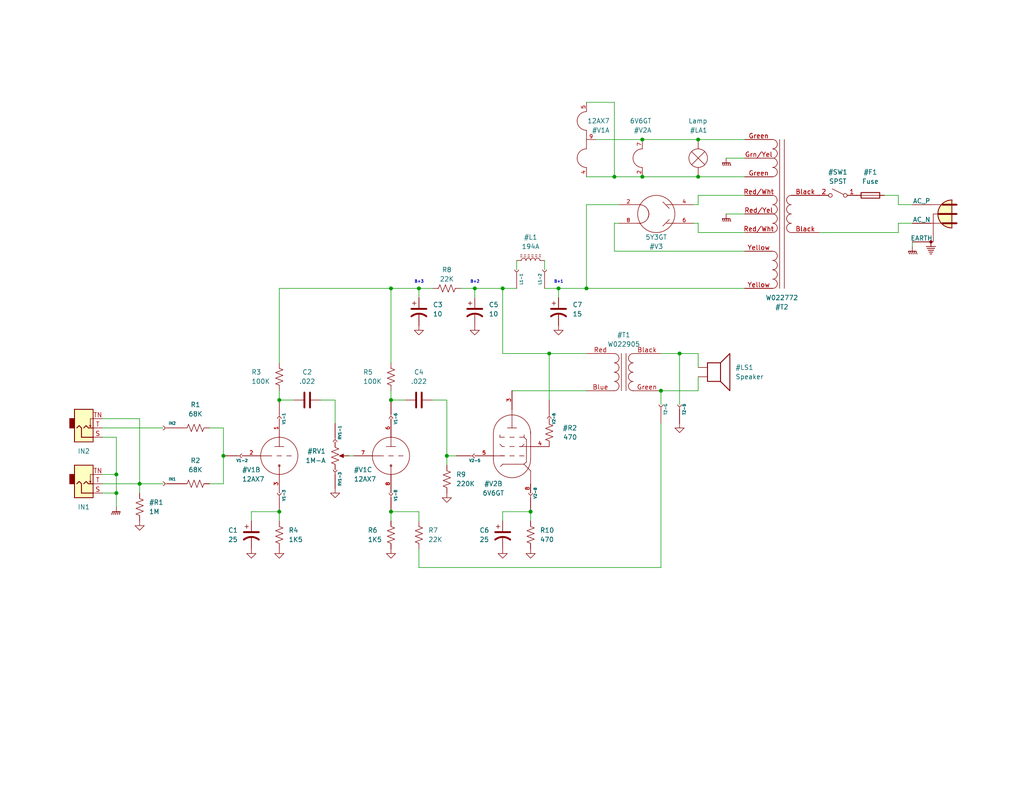
<source format=kicad_sch>
(kicad_sch (version 20211123) (generator eeschema)
  (paper "USLetter")
  (title_block (title "Chomp Amp") (date "2023-01-28") (comment 1 "This will require isolating the output jack from the chassis ground.") (comment 2 "Connect all signal grounds right-to-left, terminating at the input jack chassis ground."))
  (lib_symbols
    (symbol "12AX7-P_1" (pin_names (offset 1.016) hide)
      (property "Reference" "V" (at 3.048 0 0))
      (property "Value" "12AX7-P_1" (at 3.048 -2.54 0))
      (symbol "12AX7-P_1_1_0"
        (polyline (pts (xy 0 2.54) (xy 0 -2.54)))
      )
      (symbol "12AX7-P_1_1_1"
        (arc (start 0 -7.62) (mid 2.54 -5.08) (end 0 -2.54))
        (arc (start 0 2.54) (mid 2.54 5.08) (end 0 7.62))
        (pin passive line (at 0 10.16 270) (length 2.54) (name "H1") (number "4"))
        (pin passive line (at 0 -10.16 90) (length 2.54) (name "H3") (number "5"))
        (pin passive line (at -2.54 0 0) (length 2.54) (name "H2") (number "9"))
      )
      (symbol "12AX7-P_1_2_0"
        (polyline (pts (xy -5.08 0) (xy -3.302 0)))
        (polyline (pts (xy -3.302 0) (xy -2.032 0)))
        (polyline (pts (xy -1.27 2.54) (xy 0 2.54)))
        (polyline (pts (xy -0.635 0) (xy 0.635 0)))
        (polyline (pts (xy 0 -2.54) (xy 0 -5.08)))
        (polyline (pts (xy 0 2.54) (xy 1.27 2.54)))
        (polyline (pts (xy 0 5.08) (xy 0 2.54)))
        (polyline (pts (xy 2.032 0) (xy 3.302 0)))
      )
      (symbol "12AX7-P_1_2_1"
        (circle (center 0 -2.667) (radius 0.254))
        (circle (center 0 0) (radius 5.08))
        (pin passive line (at 0 10.16 270) (length 5.08) (name "TA") (number "1"))
        (pin passive line (at -10.16 0 0) (length 5.08) (name "TG") (number "2"))
        (pin passive line (at 0 -10.16 90) (length 5.08) (name "TK") (number "3"))
      )
      (symbol "12AX7-P_1_3_0"
        (polyline (pts (xy -5.08 0) (xy -3.302 0)))
        (polyline (pts (xy -3.302 0) (xy -2.032 0)))
        (polyline (pts (xy -1.27 2.54) (xy 0 2.54)))
        (polyline (pts (xy -0.635 0) (xy 0.635 0)))
        (polyline (pts (xy 0 -2.54) (xy 0 -5.08)))
        (polyline (pts (xy 0 2.54) (xy 1.27 2.54)))
        (polyline (pts (xy 0 5.08) (xy 0 2.54)))
        (polyline (pts (xy 2.032 0) (xy 3.302 0)))
      )
      (symbol "12AX7-P_1_3_1"
        (circle (center 0 -2.667) (radius 0.254))
        (circle (center 0 0) (radius 5.08))
        (pin passive line (at 0 10.16 270) (length 5.08) (name "TA") (number "6"))
        (pin passive line (at -10.16 0 0) (length 5.08) (name "TG") (number "7"))
        (pin passive line (at 0 -10.16 90) (length 5.08) (name "TK") (number "8"))
      )
    )
    (symbol "12AX7-P_2" (pin_names (offset 1.016) hide)
      (property "Reference" "V" (at 3.048 0 0))
      (property "Value" "12AX7-P_2" (at 3.048 -2.54 0))
      (symbol "12AX7-P_2_1_0"
        (polyline (pts (xy 0 2.54) (xy 0 -2.54)))
      )
      (symbol "12AX7-P_2_1_1"
        (arc (start 0 -7.62) (mid 2.54 -5.08) (end 0 -2.54))
        (arc (start 0 2.54) (mid 2.54 5.08) (end 0 7.62))
        (pin passive line (at 0 10.16 270) (length 2.54) (name "H1") (number "4"))
        (pin passive line (at 0 -10.16 90) (length 2.54) (name "H3") (number "5"))
        (pin passive line (at -2.54 0 0) (length 2.54) (name "H2") (number "9"))
      )
      (symbol "12AX7-P_2_2_0"
        (polyline (pts (xy -5.08 0) (xy -3.302 0)))
        (polyline (pts (xy -3.302 0) (xy -2.032 0)))
        (polyline (pts (xy -1.27 2.54) (xy 0 2.54)))
        (polyline (pts (xy -0.635 0) (xy 0.635 0)))
        (polyline (pts (xy 0 -2.54) (xy 0 -5.08)))
        (polyline (pts (xy 0 2.54) (xy 1.27 2.54)))
        (polyline (pts (xy 0 5.08) (xy 0 2.54)))
        (polyline (pts (xy 2.032 0) (xy 3.302 0)))
      )
      (symbol "12AX7-P_2_2_1"
        (circle (center 0 -2.667) (radius 0.254))
        (circle (center 0 0) (radius 5.08))
        (pin passive line (at 0 10.16 270) (length 5.08) (name "TA") (number "1"))
        (pin passive line (at -10.16 0 0) (length 5.08) (name "TG") (number "2"))
        (pin passive line (at 0 -10.16 90) (length 5.08) (name "TK") (number "3"))
      )
      (symbol "12AX7-P_2_3_0"
        (polyline (pts (xy -5.08 0) (xy -3.302 0)))
        (polyline (pts (xy -3.302 0) (xy -2.032 0)))
        (polyline (pts (xy -1.27 2.54) (xy 0 2.54)))
        (polyline (pts (xy -0.635 0) (xy 0.635 0)))
        (polyline (pts (xy 0 -2.54) (xy 0 -5.08)))
        (polyline (pts (xy 0 2.54) (xy 1.27 2.54)))
        (polyline (pts (xy 0 5.08) (xy 0 2.54)))
        (polyline (pts (xy 2.032 0) (xy 3.302 0)))
      )
      (symbol "12AX7-P_2_3_1"
        (circle (center 0 -2.667) (radius 0.254))
        (circle (center 0 0) (radius 5.08))
        (pin passive line (at 0 10.16 270) (length 5.08) (name "TA") (number "6"))
        (pin passive line (at -10.16 0 0) (length 5.08) (name "TG") (number "7"))
        (pin passive line (at 0 -10.16 90) (length 5.08) (name "TK") (number "8"))
      )
    )
    (symbol "6V6GT-P_1" (pin_names (offset 1.016) hide)
      (property "Reference" "V" (at 3.302 5.08 0))
      (property "Value" "6V6GT-P_1" (at 3.302 2.54 0))
      (symbol "6V6GT-P_1_1_1"
        (arc (start 0 2.54) (mid 2.54 5.08) (end 0 7.62))
        (pin passive line (at 0 10.16 270) (length 2.54) (name "H1") (number "2"))
        (pin passive line (at 0 0 90) (length 2.54) (name "H2") (number "7"))
      )
      (symbol "6V6GT-P_1_2_0"
        (polyline (pts (xy -5.08 -2.54) (xy -5.08 -3.429)))
        (polyline (pts (xy -5.08 -2.54) (xy -2.032 -2.54)))
        (polyline (pts (xy -5.08 3.556) (xy -5.08 -2.54)))
        (polyline (pts (xy -3.302 -2.54) (xy -2.032 -2.54)))
        (polyline (pts (xy -3.302 2.54) (xy -3.302 3.175)))
        (polyline (pts (xy -2.667 0) (xy -3.302 0.635)))
        (polyline (pts (xy -2.54 -4.826) (xy -3.175 -5.461)))
        (polyline (pts (xy -2.032 0) (xy -2.667 0)))
        (polyline (pts (xy -2.032 2.54) (xy -3.302 2.54)))
        (polyline (pts (xy -1.27 5.08) (xy 0 5.08)))
        (polyline (pts (xy -0.635 -2.54) (xy 0.635 -2.54)))
        (polyline (pts (xy -0.635 0) (xy 0.635 0)))
        (polyline (pts (xy -0.635 2.54) (xy 0.635 2.54)))
        (polyline (pts (xy 0 5.08) (xy 1.27 5.08)))
        (polyline (pts (xy 0 10.16) (xy 0 5.08)))
        (polyline (pts (xy 2.032 -2.54) (xy 3.302 -2.54)))
        (polyline (pts (xy 2.032 0) (xy 2.667 0)))
        (polyline (pts (xy 2.032 0) (xy 5.08 0)))
        (polyline (pts (xy 2.032 2.54) (xy 3.302 2.54)))
        (polyline (pts (xy 2.667 0) (xy 3.302 0.635)))
        (polyline (pts (xy 3.175 -4.826) (xy -2.54 -4.826)))
        (polyline (pts (xy 3.2512 -4.8006) (xy 5.08 -6.604)))
        (polyline (pts (xy 3.302 2.54) (xy 3.302 3.175)))
        (polyline (pts (xy 3.302 2.54) (xy 3.937 1.905)))
        (polyline (pts (xy 3.937 -4.191) (xy 3.2512 -4.8006)))
        (polyline (pts (xy 3.937 1.905) (xy 3.937 -4.191)))
        (polyline (pts (xy 5.08 -6.604) (xy 5.08 -12.7)))
        (polyline (pts (xy 5.08 0) (xy 5.08 -3.429)))
        (polyline (pts (xy 5.08 4.064) (xy 5.08 0)))
      )
      (symbol "6V6GT-P_1_2_1"
        (arc (start -5.08 -3.429) (mid 0 -8.509) (end 5.08 -3.429))
        (arc (start 5.08 3.556) (mid 0 8.636) (end -5.08 3.556))
        (pin passive line (at 0 15.24 270) (length 5.08) (name "PA") (number "3"))
        (pin passive line (at 10.16 0 180) (length 5.08) (name "PSG") (number "4"))
        (pin passive line (at -10.16 -2.54 0) (length 5.08) (name "PG") (number "5"))
        (pin passive line (at 5.08 -12.7 90) (length 2.54) (name "PK") (number "8"))
      )
    )
    (symbol "Conn_01x01_Female_1" (pin_numbers hide) (pin_names (offset 1.016) hide)
      (property "Reference" "J" (at 0 2.54 0))
      (property "Value" "Conn_01x01_Female_1" (at 0 -2.54 0))
      (symbol "Conn_01x01_Female_1_1_1"
        (polyline (pts (xy -1.27 0) (xy -0.508 0)) (stroke (width 0.1524)))
        (arc (start 0 0.508) (mid -0.508 0) (end 0 -0.508) (stroke (width 0.1524)))
        (pin passive line (at -5.08 0 0) (length 3.81) (name "Pin_1") (number "1"))
      )
    )
    (symbol "Conn_01x01_Female_2" (pin_numbers hide) (pin_names (offset 1.016) hide)
      (property "Reference" "J" (at 0 2.54 0))
      (property "Value" "Conn_01x01_Female_2" (at 0 -2.54 0))
      (symbol "Conn_01x01_Female_2_1_1"
        (polyline (pts (xy -1.27 0) (xy -0.508 0)) (stroke (width 0.1524)))
        (arc (start 0 0.508) (mid -0.508 0) (end 0 -0.508) (stroke (width 0.1524)))
        (pin passive line (at -5.08 0 0) (length 3.81) (name "Pin_1") (number "1"))
      )
    )
    (symbol "Conn_01x01_Female_3" (pin_numbers hide) (pin_names (offset 1.016) hide)
      (property "Reference" "J" (at 0 2.54 0))
      (property "Value" "Conn_01x01_Female_3" (at 0 -2.54 0))
      (symbol "Conn_01x01_Female_3_1_1"
        (polyline (pts (xy -1.27 0) (xy -0.508 0)) (stroke (width 0.1524)))
        (arc (start 0 0.508) (mid -0.508 0) (end 0 -0.508) (stroke (width 0.1524)))
        (pin passive line (at -5.08 0 0) (length 3.81) (name "Pin_1") (number "1"))
      )
    )
    (symbol "Conn_01x01_Female_4" (pin_numbers hide) (pin_names (offset 1.016) hide)
      (property "Reference" "J" (at 0 2.54 0))
      (property "Value" "Conn_01x01_Female_4" (at 0 -2.54 0))
      (symbol "Conn_01x01_Female_4_1_1"
        (polyline (pts (xy -1.27 0) (xy -0.508 0)) (stroke (width 0.1524)))
        (arc (start 0 0.508) (mid -0.508 0) (end 0 -0.508) (stroke (width 0.1524)))
        (pin passive line (at -5.08 0 0) (length 3.81) (name "Pin_1") (number "1"))
      )
    )
    (symbol "Connector:AudioJack2_SwitchT"
      (property "Reference" "J" (at 0 8.89 0))
      (property "Value" "AudioJack2_SwitchT" (at 0 6.35 0))
      (symbol "AudioJack2_SwitchT_0_1"
        (rectangle (start -2.54 0) (end -3.81 -2.54) (stroke (width 0.254)) (fill (type outline)))
        (polyline (pts (xy 1.778 -0.254) (xy 2.032 -0.762)))
        (polyline (pts (xy 0 0) (xy 0.635 -0.635) (xy 1.27 0) (xy 2.54 0)) (stroke (width 0.254)))
        (polyline (pts (xy 2.54 -2.54) (xy 1.778 -2.54) (xy 1.778 -0.254) (xy 1.524 -0.762)))
        (polyline (pts (xy 2.54 2.54) (xy -0.635 2.54) (xy -0.635 0) (xy -1.27 -0.635) (xy -1.905 0)) (stroke (width 0.254)))
        (rectangle (start 2.54 3.81) (end -2.54 -5.08) (stroke (width 0.254)) (fill (type background)))
      )
      (symbol "AudioJack2_SwitchT_1_1"
        (pin passive line (at 5.08 2.54 180) (length 2.54) (name "~") (number "S"))
        (pin passive line (at 5.08 0 180) (length 2.54) (name "~") (number "T"))
        (pin passive line (at 5.08 -2.54 180) (length 2.54) (name "~") (number "TN"))
      )
    )
    (symbol "Connector:Conn_01x01_Female" (pin_numbers hide) (pin_names (offset 1.016) hide)
      (property "Reference" "J" (at 0 2.54 0))
      (property "Value" "Conn_01x01_Female" (at 0 -2.54 0))
      (symbol "Conn_01x01_Female_1_1"
        (polyline (pts (xy -1.27 0) (xy -0.508 0)) (stroke (width 0.1524)))
        (arc (start 0 0.508) (mid -0.508 0) (end 0 -0.508) (stroke (width 0.1524)))
        (pin passive line (at -5.08 0 0) (length 3.81) (name "Pin_1") (number "1"))
      )
    )
    (symbol "Connector:Conn_WallPlug_Earth" (pin_numbers hide) (pin_names (offset 0))
      (property "Reference" "P" (at 0 3.81 0))
      (property "Value" "Conn_WallPlug_Earth" (at -5.08 0 90))
      (symbol "Conn_WallPlug_Earth_0_1"
        (arc (start -3.175 -3.81) (mid 0.635 0) (end -3.175 3.81) (stroke (width 0.254)) (fill (type background)))
        (polyline (pts (xy -4.445 -2.54) (xy -0.635 -2.54)) (stroke (width 0.508)))
        (polyline (pts (xy -4.445 0) (xy 0.508 0)) (stroke (width 0.508)))
        (polyline (pts (xy -4.445 2.54) (xy -0.635 2.54)) (stroke (width 0.508)))
        (polyline (pts (xy -3.175 -3.81) (xy -3.175 3.81)) (stroke (width 0.254)))
        (polyline (pts (xy -0.635 -2.54) (xy 2.54 -2.54)))
        (polyline (pts (xy -0.635 2.54) (xy 2.54 2.54)))
        (polyline (pts (xy 1.524 -9.398) (xy 3.556 -9.398)) (stroke (width 0.2032)))
        (polyline (pts (xy 1.778 -9.906) (xy 3.302 -9.906)) (stroke (width 0.2032)))
        (polyline (pts (xy 2.032 -10.414) (xy 3.048 -10.414)) (stroke (width 0.2032)))
        (polyline (pts (xy 2.286 -10.922) (xy 2.794 -10.922)) (stroke (width 0.2032)))
        (polyline (pts (xy 2.54 -7.62) (xy 2.54 -8.89)) (stroke (width 0.2032)))
        (polyline (pts (xy 3.81 -8.89) (xy 1.27 -8.89)) (stroke (width 0.2032)))
        (polyline (pts (xy 2.54 -7.62) (xy 1.905 -7.62) (xy 1.905 0) (xy -4.445 0)))
        (circle (center 2.54 -7.62) (radius 0.3556) (fill (type outline)))
      )
      (symbol "Conn_WallPlug_Earth_1_1"
        (pin power_out line (at 7.62 2.54 180) (length 5.08) (name "AC_P") (number "1"))
        (pin power_out line (at 7.62 -2.54 180) (length 5.08) (name "AC_N") (number "2"))
        (pin passive line (at 7.62 -7.62 180) (length 5.08) (name "EARTH") (number "3"))
      )
    )
    (symbol "Device:C" (pin_numbers hide) (pin_names (offset 0.254))
      (property "Reference" "C" (at 0.635 2.54 0))
      (property "Value" "C" (at 0.635 -2.54 0))
      (symbol "C_0_1"
        (polyline (pts (xy -2.032 -0.762) (xy 2.032 -0.762)) (stroke (width 0.508)))
        (polyline (pts (xy -2.032 0.762) (xy 2.032 0.762)) (stroke (width 0.508)))
      )
      (symbol "C_1_1"
        (pin passive line (at 0 3.81 270) (length 2.794) (name "~") (number "1"))
        (pin passive line (at 0 -3.81 90) (length 2.794) (name "~") (number "2"))
      )
    )
    (symbol "Device:C_Polarized_US" (pin_numbers hide) (pin_names (offset 0.254) hide)
      (property "Reference" "C" (at 0.635 2.54 0))
      (property "Value" "C_Polarized_US" (at 0.635 -2.54 0))
      (symbol "C_Polarized_US_0_1"
        (polyline (pts (xy -2.032 0.762) (xy 2.032 0.762)) (stroke (width 0.508)))
        (polyline (pts (xy -1.778 2.286) (xy -0.762 2.286)))
        (polyline (pts (xy -1.27 1.778) (xy -1.27 2.794)))
        (arc (start 2.032 -1.27) (mid 0 -0.5572) (end -2.032 -1.27) (stroke (width 0.508)))
      )
      (symbol "C_Polarized_US_1_1"
        (pin passive line (at 0 3.81 270) (length 2.794) (name "~") (number "1"))
        (pin passive line (at 0 -3.81 90) (length 3.302) (name "~") (number "2"))
      )
    )
    (symbol "Device:Fuse" (pin_numbers hide) (pin_names (offset 0))
      (property "Reference" "F" (at 2.032 0 90))
      (property "Value" "Fuse" (at -1.905 0 90))
      (symbol "Fuse_0_1"
        (rectangle (start -0.762 -2.54) (end 0.762 2.54) (stroke (width 0.254)))
        (polyline (pts (xy 0 2.54) (xy 0 -2.54)))
      )
      (symbol "Fuse_1_1"
        (pin passive line (at 0 3.81 270) (length 1.27) (name "~") (number "1"))
        (pin passive line (at 0 -3.81 90) (length 1.27) (name "~") (number "2"))
      )
    )
    (symbol "Device:L_Ferrite" (pin_numbers hide) (pin_names (offset 1.016) hide)
      (property "Reference" "L" (at -1.27 0 90))
      (property "Value" "L_Ferrite" (at 2.794 0 90))
      (symbol "L_Ferrite_0_1"
        (arc (start 0 -2.54) (mid 0.635 -1.905) (end 0 -1.27))
        (arc (start 0 -1.27) (mid 0.635 -0.635) (end 0 0))
        (polyline (pts (xy 1.016 -2.794) (xy 1.016 -2.286)))
        (polyline (pts (xy 1.016 -1.778) (xy 1.016 -1.27)))
        (polyline (pts (xy 1.016 -0.762) (xy 1.016 -0.254)))
        (polyline (pts (xy 1.016 0.254) (xy 1.016 0.762)))
        (polyline (pts (xy 1.016 1.27) (xy 1.016 1.778)))
        (polyline (pts (xy 1.016 2.286) (xy 1.016 2.794)))
        (polyline (pts (xy 1.524 -2.286) (xy 1.524 -2.794)))
        (polyline (pts (xy 1.524 -1.27) (xy 1.524 -1.778)))
        (polyline (pts (xy 1.524 -0.254) (xy 1.524 -0.762)))
        (polyline (pts (xy 1.524 0.762) (xy 1.524 0.254)))
        (polyline (pts (xy 1.524 1.778) (xy 1.524 1.27)))
        (polyline (pts (xy 1.524 2.794) (xy 1.524 2.286)))
        (arc (start 0 0) (mid 0.635 0.635) (end 0 1.27))
        (arc (start 0 1.27) (mid 0.635 1.905) (end 0 2.54))
      )
      (symbol "L_Ferrite_1_1"
        (pin passive line (at 0 3.81 270) (length 1.27) (name "1") (number "1"))
        (pin passive line (at 0 -3.81 90) (length 1.27) (name "2") (number "2"))
      )
    )
    (symbol "Device:Lamp" (pin_numbers hide) (pin_names (offset 0.0254) hide)
      (property "Reference" "LA" (at 0.635 3.81 0))
      (property "Value" "Lamp" (at 0.635 -3.81 0))
      (symbol "Lamp_0_1"
        (polyline (pts (xy -1.778 1.778) (xy 1.778 -1.778)))
        (polyline (pts (xy 1.778 1.778) (xy -1.778 -1.778)))
        (circle (center 0 0) (radius 2.54))
      )
      (symbol "Lamp_1_1"
        (pin passive line (at 0 -5.08 90) (length 2.54) (name "-") (number "1"))
        (pin passive line (at 0 5.08 270) (length 2.54) (name "+") (number "2"))
      )
    )
    (symbol "Device:R_Potentiometer_US" (pin_numbers hide) (pin_names (offset 1.016) hide)
      (property "Reference" "RV" (at -4.445 0 90))
      (property "Value" "R_Potentiometer_US" (at -2.54 0 90))
      (symbol "R_Potentiometer_US_0_1"
        (polyline (pts (xy 0 -2.286) (xy 0 -2.54)))
        (polyline (pts (xy 0 2.54) (xy 0 2.286)))
        (polyline (pts (xy 2.54 0) (xy 1.524 0)))
        (polyline (pts (xy 1.143 0) (xy 2.286 0.508) (xy 2.286 -0.508) (xy 1.143 0)) (fill (type outline)))
        (polyline (pts (xy 0 -0.762) (xy 1.016 -1.143) (xy 0 -1.524) (xy -1.016 -1.905) (xy 0 -2.286)))
        (polyline (pts (xy 0 0.762) (xy 1.016 0.381) (xy 0 0) (xy -1.016 -0.381) (xy 0 -0.762)))
        (polyline (pts (xy 0 2.286) (xy 1.016 1.905) (xy 0 1.524) (xy -1.016 1.143) (xy 0 0.762)))
      )
      (symbol "R_Potentiometer_US_1_1"
        (pin passive line (at 0 3.81 270) (length 1.27) (name "1") (number "1"))
        (pin passive line (at 3.81 0 180) (length 1.27) (name "2") (number "2"))
        (pin passive line (at 0 -3.81 90) (length 1.27) (name "3") (number "3"))
      )
    )
    (symbol "Device:R_US" (pin_numbers hide) (pin_names (offset 0))
      (property "Reference" "R" (at 2.54 0 90))
      (property "Value" "R_US" (at -2.54 0 90))
      (symbol "R_US_0_1"
        (polyline (pts (xy 0 -2.286) (xy 0 -2.54)))
        (polyline (pts (xy 0 2.286) (xy 0 2.54)))
        (polyline (pts (xy 0 -0.762) (xy 1.016 -1.143) (xy 0 -1.524) (xy -1.016 -1.905) (xy 0 -2.286)))
        (polyline (pts (xy 0 0.762) (xy 1.016 0.381) (xy 0 0) (xy -1.016 -0.381) (xy 0 -0.762)))
        (polyline (pts (xy 0 2.286) (xy 1.016 1.905) (xy 0 1.524) (xy -1.016 1.143) (xy 0 0.762)))
      )
      (symbol "R_US_1_1"
        (pin passive line (at 0 3.81 270) (length 1.27) (name "~") (number "1"))
        (pin passive line (at 0 -3.81 90) (length 1.27) (name "~") (number "2"))
      )
    )
    (symbol "Device:Speaker" (pin_numbers hide) (pin_names (offset 0) hide)
      (property "Reference" "LS" (at 1.27 5.715 0))
      (property "Value" "Speaker" (at 1.27 3.81 0))
      (symbol "Speaker_0_0"
        (rectangle (start -2.54 1.27) (end 1.016 -3.81) (stroke (width 0.254)))
        (polyline (pts (xy 1.016 1.27) (xy 3.556 3.81) (xy 3.556 -6.35) (xy 1.016 -3.81)) (stroke (width 0.254)))
      )
      (symbol "Speaker_1_1"
        (pin input line (at -5.08 0 0) (length 2.54) (name "1") (number "1"))
        (pin input line (at -5.08 -2.54 0) (length 2.54) (name "2") (number "2"))
      )
    )
    (symbol "Device:Transformer_W022772" (pin_names (offset 1.016) hide)
      (property "Reference" "T" (at 0 24.13 0))
      (property "Value" "Transformer_W022772" (at 0 -22.86 0))
      (symbol "Transformer_W022772_0_1"
        (arc (start -2.54 -5.08) (mid -1.6422 -4.7078) (end -1.27 -3.81))
        (arc (start -2.54 -2.54) (mid -1.6426 -2.1674) (end -1.27 -1.27))
        (arc (start -2.54 0) (mid -1.6422 0.3722) (end -1.27 1.27))
        (arc (start -2.54 2.54) (mid -1.6417 2.9117) (end -1.27 3.81))
        (arc (start -1.27 -3.81) (mid -1.642 -2.912) (end -2.54 -2.54))
        (arc (start -1.27 -1.27) (mid -1.641 -0.371) (end -2.54 0))
        (arc (start -1.27 1.27) (mid -1.6426 2.1674) (end -2.54 2.54))
        (arc (start -1.27 3.81) (mid -1.6418 4.7082) (end -2.54 5.08))
        (polyline (pts (xy -0.635 20.32) (xy -0.635 -20.32)))
        (polyline (pts (xy 0.635 -20.32) (xy 0.635 20.32)))
        (arc (start 1.27 -19.05) (mid 1.6425 -19.9475) (end 2.54 -20.32))
        (arc (start 1.27 -16.51) (mid 1.6424 -17.4076) (end 2.54 -17.78))
        (arc (start 1.27 -13.97) (mid 1.6425 -14.8675) (end 2.54 -15.24))
        (arc (start 1.27 -11.43) (mid 1.6425 -12.3275) (end 2.54 -12.7))
        (arc (start 1.27 -1.27) (mid 1.6423 -2.1677) (end 2.54 -2.54))
        (arc (start 1.27 1.27) (mid 1.6425 0.3725) (end 2.54 0))
        (arc (start 1.27 3.81) (mid 1.6427 2.9127) (end 2.54 2.54))
        (arc (start 1.27 11.43) (mid 1.643 10.533) (end 2.54 10.16))
        (arc (start 1.27 13.97) (mid 1.6424 13.0724) (end 2.54 12.7))
        (arc (start 1.27 16.51) (mid 1.6424 15.6124) (end 2.54 15.24))
        (arc (start 1.27 19.05) (mid 1.6426 18.1526) (end 2.54 17.78))
        (arc (start 1.3208 -3.81) (mid 1.6674 -4.6975) (end 2.54 -5.08))
        (arc (start 2.54 -17.78) (mid 1.6417 -18.1517) (end 1.27 -19.05))
        (arc (start 2.54 -15.24) (mid 1.6413 -15.6113) (end 1.27 -16.51))
        (arc (start 2.54 -12.7) (mid 1.6399 -13.0699) (end 1.27 -13.97))
        (arc (start 2.54 -10.16) (mid 1.6413 -10.5313) (end 1.27 -11.43))
        (arc (start 2.54 -2.54) (mid 1.6585 -2.914) (end 1.3208 -3.81))
        (arc (start 2.54 0) (mid 1.6352 -0.3652) (end 1.27 -1.27))
        (arc (start 2.54 2.54) (mid 1.6333 2.1767) (end 1.27 1.27))
        (arc (start 2.54 5.08) (mid 1.6333 4.7167) (end 1.27 3.81))
        (arc (start 2.54 12.7) (mid 1.6337 12.3363) (end 1.27 11.43))
        (arc (start 2.54 15.24) (mid 1.6331 14.8769) (end 1.27 13.97))
        (arc (start 2.54 17.78) (mid 1.6334 17.4166) (end 1.27 16.51))
        (arc (start 2.54 20.32) (mid 1.6332 19.9568) (end 1.27 19.05))
      )
      (symbol "Transformer_W022772_1_1"
        (pin passive line (at -10.16 5.08 0) (length 7.62) (name "AA") (number "Black"))
        (pin passive line (at -10.16 -5.08 0) (length 7.62) (name "AB") (number "Black"))
        (pin passive line (at 10.16 -10.16 180) (length 7.62) (name "OUT3A") (number "Green"))
        (pin passive line (at 10.16 -20.32 180) (length 7.62) (name "OUT3B") (number "Green"))
        (pin passive line (at 10.16 -15.24 180) (length 7.62) (name "OUT3C") (number "Grn/Yel"))
        (pin passive line (at 10.16 5.08 180) (length 7.62) (name "OUT1A") (number "Red/Wht"))
        (pin passive line (at 10.16 -5.08 180) (length 7.62) (name "OUT1B") (number "Red/Wht"))
        (pin passive line (at 10.16 0 180) (length 7.62) (name "OUT1C") (number "Red/Yel"))
        (pin passive line (at 10.16 20.32 180) (length 7.62) (name "OUT2A") (number "Yellow"))
        (pin passive line (at 10.16 10.16 180) (length 7.62) (name "OUT2B") (number "Yellow"))
      )
    )
    (symbol "Device:Transformer_W022905" (pin_names (offset 1.016) hide)
      (property "Reference" "T" (at 0 6.35 0))
      (property "Value" "Transformer_W022905" (at 0 -7.62 0))
      (symbol "Transformer_W022905_0_1"
        (arc (start -2.54 -5.0546) (mid -1.6561 -4.6863) (end -1.27 -3.81))
        (arc (start -2.54 -2.5146) (mid -1.6561 -2.1463) (end -1.27 -1.27))
        (arc (start -2.54 0.0254) (mid -1.6561 0.3937) (end -1.27 1.27))
        (arc (start -2.54 2.5654) (mid -1.6561 2.9337) (end -1.27 3.81))
        (arc (start -1.27 -3.81) (mid -1.642 -2.912) (end -2.54 -2.54))
        (arc (start -1.27 -1.27) (mid -1.642 -0.372) (end -2.54 0))
        (arc (start -1.27 1.27) (mid -1.642 2.168) (end -2.54 2.54))
        (arc (start -1.27 3.81) (mid -1.642 4.708) (end -2.54 5.08))
        (polyline (pts (xy -0.635 5.08) (xy -0.635 -5.08)))
        (polyline (pts (xy 0.635 -5.08) (xy 0.635 5.08)))
        (arc (start 1.2954 -1.27) (mid 1.6599 -2.1501) (end 2.54 -2.5146))
        (arc (start 1.2954 1.27) (mid 1.6599 0.3899) (end 2.54 0.0254))
        (arc (start 1.2954 3.81) (mid 1.6599 2.9299) (end 2.54 2.5654))
        (arc (start 1.3208 -3.81) (mid 1.6853 -4.6901) (end 2.5654 -5.0546))
        (arc (start 2.54 0) (mid 1.6456 -0.3683) (end 1.2954 -1.27))
        (arc (start 2.54 2.54) (mid 1.6456 2.1717) (end 1.2954 1.27))
        (arc (start 2.54 5.08) (mid 1.6456 4.7117) (end 1.2954 3.81))
        (arc (start 2.5654 -2.54) (mid 1.671 -2.9083) (end 1.3208 -3.81))
      )
      (symbol "Transformer_W022905_1_1"
        (pin passive line (at 10.16 -5.08 180) (length 7.62) (name "SA") (number "Black"))
        (pin passive line (at -10.16 5.08 0) (length 7.62) (name "AA") (number "Blue"))
        (pin passive line (at 10.16 5.08 180) (length 7.62) (name "SB") (number "Green"))
        (pin passive line (at -10.16 -5.08 0) (length 7.62) (name "AB") (number "Red"))
      )
    )
    (symbol "Switch:SW_SPST" (pin_names (offset 0) hide)
      (property "Reference" "SW" (at 0 3.175 0))
      (property "Value" "SW_SPST" (at 0 -2.54 0))
      (symbol "SW_SPST_0_0"
        (circle (center -2.032 0) (radius 0.508))
        (polyline (pts (xy -1.524 0.254) (xy 1.524 1.778)))
        (circle (center 2.032 0) (radius 0.508))
      )
      (symbol "SW_SPST_1_1"
        (pin passive line (at -5.08 0 0) (length 2.54) (name "A") (number "1"))
        (pin passive line (at 5.08 0 180) (length 2.54) (name "B") (number "2"))
      )
    )
    (symbol "Tubes:12AX7-P" (pin_names (offset 1.016) hide)
      (property "Reference" "V" (at 3.048 0 0))
      (property "Value" "12AX7-P" (at 3.048 -2.54 0))
      (symbol "12AX7-P_1_0"
        (polyline (pts (xy 0 2.54) (xy 0 -2.54)))
      )
      (symbol "12AX7-P_1_1"
        (arc (start 0 -7.62) (mid 2.54 -5.08) (end 0 -2.54))
        (arc (start 0 2.54) (mid 2.54 5.08) (end 0 7.62))
        (pin passive line (at 0 10.16 270) (length 2.54) (name "H1") (number "4"))
        (pin passive line (at 0 -10.16 90) (length 2.54) (name "H3") (number "5"))
        (pin passive line (at -2.54 0 0) (length 2.54) (name "H2") (number "9"))
      )
      (symbol "12AX7-P_2_0"
        (polyline (pts (xy -5.08 0) (xy -3.302 0)))
        (polyline (pts (xy -3.302 0) (xy -2.032 0)))
        (polyline (pts (xy -1.27 2.54) (xy 0 2.54)))
        (polyline (pts (xy -0.635 0) (xy 0.635 0)))
        (polyline (pts (xy 0 -2.54) (xy 0 -5.08)))
        (polyline (pts (xy 0 2.54) (xy 1.27 2.54)))
        (polyline (pts (xy 0 5.08) (xy 0 2.54)))
        (polyline (pts (xy 2.032 0) (xy 3.302 0)))
      )
      (symbol "12AX7-P_2_1"
        (circle (center 0 -2.667) (radius 0.254))
        (circle (center 0 0) (radius 5.08))
        (pin passive line (at 0 10.16 270) (length 5.08) (name "TA") (number "1"))
        (pin passive line (at -10.16 0 0) (length 5.08) (name "TG") (number "2"))
        (pin passive line (at 0 -10.16 90) (length 5.08) (name "TK") (number "3"))
      )
      (symbol "12AX7-P_3_0"
        (polyline (pts (xy -5.08 0) (xy -3.302 0)))
        (polyline (pts (xy -3.302 0) (xy -2.032 0)))
        (polyline (pts (xy -1.27 2.54) (xy 0 2.54)))
        (polyline (pts (xy -0.635 0) (xy 0.635 0)))
        (polyline (pts (xy 0 -2.54) (xy 0 -5.08)))
        (polyline (pts (xy 0 2.54) (xy 1.27 2.54)))
        (polyline (pts (xy 0 5.08) (xy 0 2.54)))
        (polyline (pts (xy 2.032 0) (xy 3.302 0)))
      )
      (symbol "12AX7-P_3_1"
        (circle (center 0 -2.667) (radius 0.254))
        (circle (center 0 0) (radius 5.08))
        (pin passive line (at 0 10.16 270) (length 5.08) (name "TA") (number "6"))
        (pin passive line (at -10.16 0 0) (length 5.08) (name "TG") (number "7"))
        (pin passive line (at 0 -10.16 90) (length 5.08) (name "TK") (number "8"))
      )
    )
    (symbol "Tubes:5Y3GT" (pin_names (offset 1.016) hide)
      (property "Reference" "V" (at 5.08 5.08 0))
      (property "Value" "5Y3GT" (at 5.08 2.54 0))
      (symbol "5Y3GT_1_0"
        (polyline (pts (xy -3.302 1.778) (xy -1.524 3.556)))
        (polyline (pts (xy -2.54 -5.08) (xy -2.54 -4.318)))
        (polyline (pts (xy -2.54 5.08) (xy -2.54 2.794)))
        (polyline (pts (xy 1.524 3.556) (xy 3.302 1.778)))
        (polyline (pts (xy 2.54 -5.08) (xy 2.54 -4.318)))
        (polyline (pts (xy 2.54 5.08) (xy 2.54 2.794)))
      )
      (symbol "5Y3GT_1_1"
        (circle (center 0 0) (radius 5.08))
        (arc (start 1.016 -2.286) (mid 0 -2.0162) (end -1.016 -2.286))
        (arc (start 2.54 -4.572) (mid 0 -2.032) (end -2.54 -4.572))
        (pin passive line (at -2.54 -10.16 90) (length 5.08) (name "H1") (number "2"))
        (pin passive line (at -2.54 10.16 270) (length 5.08) (name "A1") (number "4"))
        (pin passive line (at 2.54 10.16 270) (length 5.08) (name "A2") (number "6"))
        (pin passive line (at 2.54 -10.16 90) (length 5.08) (name "H2") (number "8"))
      )
    )
    (symbol "Tubes:6V6GT-P" (pin_names (offset 1.016) hide)
      (property "Reference" "V" (at 3.302 5.08 0))
      (property "Value" "6V6GT-P" (at 3.302 2.54 0))
      (symbol "6V6GT-P_1_1"
        (arc (start 0 2.54) (mid 2.54 5.08) (end 0 7.62))
        (pin passive line (at 0 10.16 270) (length 2.54) (name "H1") (number "2"))
        (pin passive line (at 0 0 90) (length 2.54) (name "H2") (number "7"))
      )
      (symbol "6V6GT-P_2_0"
        (polyline (pts (xy -5.08 -2.54) (xy -5.08 -3.429)))
        (polyline (pts (xy -5.08 -2.54) (xy -2.032 -2.54)))
        (polyline (pts (xy -5.08 3.556) (xy -5.08 -2.54)))
        (polyline (pts (xy -3.302 -2.54) (xy -2.032 -2.54)))
        (polyline (pts (xy -3.302 2.54) (xy -3.302 3.175)))
        (polyline (pts (xy -2.667 0) (xy -3.302 0.635)))
        (polyline (pts (xy -2.54 -4.826) (xy -3.175 -5.461)))
        (polyline (pts (xy -2.032 0) (xy -2.667 0)))
        (polyline (pts (xy -2.032 2.54) (xy -3.302 2.54)))
        (polyline (pts (xy -1.27 5.08) (xy 0 5.08)))
        (polyline (pts (xy -0.635 -2.54) (xy 0.635 -2.54)))
        (polyline (pts (xy -0.635 0) (xy 0.635 0)))
        (polyline (pts (xy -0.635 2.54) (xy 0.635 2.54)))
        (polyline (pts (xy 0 5.08) (xy 1.27 5.08)))
        (polyline (pts (xy 0 10.16) (xy 0 5.08)))
        (polyline (pts (xy 2.032 -2.54) (xy 3.302 -2.54)))
        (polyline (pts (xy 2.032 0) (xy 2.667 0)))
        (polyline (pts (xy 2.032 0) (xy 5.08 0)))
        (polyline (pts (xy 2.032 2.54) (xy 3.302 2.54)))
        (polyline (pts (xy 2.667 0) (xy 3.302 0.635)))
        (polyline (pts (xy 3.175 -4.826) (xy -2.54 -4.826)))
        (polyline (pts (xy 3.2512 -4.8006) (xy 5.08 -6.604)))
        (polyline (pts (xy 3.302 2.54) (xy 3.302 3.175)))
        (polyline (pts (xy 3.302 2.54) (xy 3.937 1.905)))
        (polyline (pts (xy 3.937 -4.191) (xy 3.2512 -4.8006)))
        (polyline (pts (xy 3.937 1.905) (xy 3.937 -4.191)))
        (polyline (pts (xy 5.08 -6.604) (xy 5.08 -12.7)))
        (polyline (pts (xy 5.08 0) (xy 5.08 -3.429)))
        (polyline (pts (xy 5.08 4.064) (xy 5.08 0)))
      )
      (symbol "6V6GT-P_2_1"
        (arc (start -5.08 -3.429) (mid 0 -8.509) (end 5.08 -3.429))
        (arc (start 5.08 3.556) (mid 0 8.636) (end -5.08 3.556))
        (pin passive line (at 0 15.24 270) (length 5.08) (name "PA") (number "3"))
        (pin passive line (at 10.16 0 180) (length 5.08) (name "PSG") (number "4"))
        (pin passive line (at -10.16 -2.54 0) (length 5.08) (name "PG") (number "5"))
        (pin passive line (at 5.08 -12.7 90) (length 2.54) (name "PK") (number "8"))
      )
    )
    (symbol "power:GND" (power) (pin_names (offset 0))
      (property "Value" "GND" (at 0 -3.81 0))
      (symbol "GND_0_1"
        (polyline (pts (xy 0 0) (xy 0 -1.27) (xy 1.27 -1.27) (xy 0 -2.54) (xy -1.27 -1.27) (xy 0 -1.27)))
      )
      (symbol "GND_1_1"
        (pin power_in line (at 0 0 270) (length 0) hide (name "GND") (number "1"))
      )
    )
    (symbol "power:GNDPWR" (power) (pin_names (offset 0))
      (property "Value" "GNDPWR" (at 0 -3.302 0))
      (symbol "GNDPWR_0_1"
        (polyline (pts (xy 0 -1.27) (xy 0 0)))
        (polyline (pts (xy -1.016 -1.27) (xy -1.27 -2.032) (xy -1.27 -2.032)) (stroke (width 0.2032)))
        (polyline (pts (xy -0.508 -1.27) (xy -0.762 -2.032) (xy -0.762 -2.032)) (stroke (width 0.2032)))
        (polyline (pts (xy 0 -1.27) (xy -0.254 -2.032) (xy -0.254 -2.032)) (stroke (width 0.2032)))
        (polyline (pts (xy 0.508 -1.27) (xy 0.254 -2.032) (xy 0.254 -2.032)) (stroke (width 0.2032)))
        (polyline (pts (xy 1.016 -1.27) (xy -1.016 -1.27) (xy -1.016 -1.27)) (stroke (width 0.2032)))
        (polyline (pts (xy 1.016 -1.27) (xy 0.762 -2.032) (xy 0.762 -2.032) (xy 0.762 -2.032)) (stroke (width 0.2032)))
      )
      (symbol "GNDPWR_1_1"
        (pin power_in line (at 0 0 270) (length 0) hide (name "GNDPWR") (number "1"))
      )
    )
  )
  (junction (at 180.34 106.68))
  (junction (at 106.68 78.74))
  (junction (at 76.2 139.7))
  (junction (at 137.16 78.74))
  (junction (at 60.96 124.46))
  (junction (at 190.5 48.26))
  (junction (at 185.42 96.52))
  (junction (at 31.75 129.54))
  (junction (at 106.68 139.7))
  (junction (at 38.1 132.08))
  (junction (at 129.54 78.74))
  (junction (at 114.3 78.74))
  (junction (at 175.26 38.1))
  (junction (at 152.4 78.74))
  (junction (at 167.64 48.26))
  (junction (at 106.68 109.22))
  (junction (at 160.02 78.74))
  (junction (at 190.5 38.1))
  (junction (at 76.2 109.22))
  (junction (at 31.75 134.62))
  (junction (at 121.92 124.46))
  (junction (at 144.78 139.7))
  (junction (at 175.26 48.26))
  (junction (at 149.86 96.52))
  (wire (pts (xy 68.58 139.7) (xy 76.2 139.7)))
  (wire (pts (xy 76.2 139.7) (xy 76.2 142.24)))
  (wire (pts (xy 180.34 96.52) (xy 185.42 96.52)))
  (wire (pts (xy 121.92 109.22) (xy 121.92 124.46)))
  (wire (pts (xy 87.63 109.22) (xy 91.44 109.22)))
  (wire (pts (xy 68.58 139.7) (xy 68.58 142.24)))
  (wire (pts (xy 38.1 132.08) (xy 44.45 132.08)))
  (wire (pts (xy 60.96 116.84) (xy 57.15 116.84)))
  (wire (pts (xy 106.68 142.24) (xy 106.68 139.7)))
  (wire (pts (xy 121.92 124.46) (xy 121.92 127)))
  (wire (pts (xy 223.52 63.5) (xy 245.11 63.5)))
  (wire (pts (xy 27.94 116.84) (xy 44.45 116.84)))
  (wire (pts (xy 91.44 109.22) (xy 91.44 115.57)))
  (wire (pts (xy 106.68 109.22) (xy 106.68 106.68)))
  (wire (pts (xy 148.59 71.12) (xy 148.59 73.66)))
  (wire (pts (xy 114.3 149.86) (xy 114.3 154.94)))
  (wire (pts (xy 144.78 139.7) (xy 144.78 142.24)))
  (wire (pts (xy 114.3 154.94) (xy 180.34 154.94)))
  (wire (pts (xy 106.68 78.74) (xy 106.68 99.06)))
  (wire (pts (xy 76.2 109.22) (xy 80.01 109.22)))
  (wire (pts (xy 190.5 106.68) (xy 190.5 102.87)))
  (wire (pts (xy 95.25 124.46) (xy 96.52 124.46)))
  (wire (pts (xy 31.75 134.62) (xy 31.75 138.43)))
  (wire (pts (xy 137.16 139.7) (xy 137.16 142.24)))
  (wire (pts (xy 125.73 78.74) (xy 129.54 78.74)))
  (wire (pts (xy 160.02 27.94) (xy 167.64 27.94)))
  (wire (pts (xy 27.94 132.08) (xy 38.1 132.08)))
  (wire (pts (xy 160.02 78.74) (xy 160.02 55.88)))
  (wire (pts (xy 38.1 132.08) (xy 38.1 134.62)))
  (wire (pts (xy 180.34 106.68) (xy 180.34 110.49)))
  (wire (pts (xy 175.26 48.26) (xy 167.64 48.26)))
  (wire (pts (xy 185.42 96.52) (xy 190.5 96.52)))
  (wire (pts (xy 139.7 106.68) (xy 160.02 106.68)))
  (wire (pts (xy 140.97 78.74) (xy 137.16 78.74)))
  (wire (pts (xy 190.5 53.34) (xy 190.5 55.88)))
  (wire (pts (xy 27.94 129.54) (xy 31.75 129.54)))
  (wire (pts (xy 168.91 55.88) (xy 160.02 55.88)))
  (wire (pts (xy 118.11 109.22) (xy 121.92 109.22)))
  (wire (pts (xy 203.2 68.58) (xy 167.64 68.58)))
  (wire (pts (xy 180.34 154.94) (xy 180.34 115.57)))
  (wire (pts (xy 167.64 48.26) (xy 160.02 48.26)))
  (wire (pts (xy 190.5 96.52) (xy 190.5 100.33)))
  (wire (pts (xy 106.68 139.7) (xy 114.3 139.7)))
  (wire (pts (xy 31.75 119.38) (xy 31.75 129.54)))
  (wire (pts (xy 76.2 78.74) (xy 76.2 99.06)))
  (wire (pts (xy 203.2 58.42) (xy 198.12 58.42)))
  (wire (pts (xy 152.4 78.74) (xy 160.02 78.74)))
  (wire (pts (xy 129.54 78.74) (xy 129.54 81.28)))
  (wire (pts (xy 76.2 78.74) (xy 106.68 78.74)))
  (wire (pts (xy 137.16 139.7) (xy 144.78 139.7)))
  (wire (pts (xy 114.3 78.74) (xy 114.3 81.28)))
  (wire (pts (xy 203.2 43.18) (xy 198.12 43.18)))
  (wire (pts (xy 203.2 48.26) (xy 190.5 48.26)))
  (wire (pts (xy 140.97 71.12) (xy 140.97 73.66)))
  (wire (pts (xy 38.1 114.3) (xy 38.1 132.08)))
  (wire (pts (xy 31.75 129.54) (xy 31.75 134.62)))
  (wire (pts (xy 149.86 96.52) (xy 149.86 109.22)))
  (wire (pts (xy 129.54 78.74) (xy 137.16 78.74)))
  (wire (pts (xy 149.86 96.52) (xy 160.02 96.52)))
  (wire (pts (xy 27.94 119.38) (xy 31.75 119.38)))
  (wire (pts (xy 57.15 132.08) (xy 60.96 132.08)))
  (wire (pts (xy 203.2 78.74) (xy 160.02 78.74)))
  (wire (pts (xy 190.5 55.88) (xy 189.23 55.88)))
  (wire (pts (xy 190.5 48.26) (xy 175.26 48.26)))
  (wire (pts (xy 190.5 60.96) (xy 189.23 60.96)))
  (wire (pts (xy 248.92 67.31) (xy 248.92 66.04)))
  (wire (pts (xy 152.4 78.74) (xy 152.4 81.28)))
  (wire (pts (xy 114.3 139.7) (xy 114.3 142.24)))
  (wire (pts (xy 114.3 78.74) (xy 118.11 78.74)))
  (wire (pts (xy 167.64 60.96) (xy 168.91 60.96)))
  (wire (pts (xy 203.2 38.1) (xy 190.5 38.1)))
  (wire (pts (xy 137.16 96.52) (xy 137.16 78.74)))
  (wire (pts (xy 121.92 124.46) (xy 124.46 124.46)))
  (wire (pts (xy 27.94 114.3) (xy 38.1 114.3)))
  (wire (pts (xy 60.96 124.46) (xy 60.96 132.08)))
  (wire (pts (xy 180.34 106.68) (xy 190.5 106.68)))
  (wire (pts (xy 245.11 63.5) (xy 245.11 60.96)))
  (wire (pts (xy 190.5 38.1) (xy 175.26 38.1)))
  (wire (pts (xy 245.11 53.34) (xy 245.11 55.88)))
  (wire (pts (xy 245.11 55.88) (xy 248.92 55.88)))
  (wire (pts (xy 27.94 134.62) (xy 31.75 134.62)))
  (wire (pts (xy 76.2 109.22) (xy 76.2 106.68)))
  (wire (pts (xy 203.2 63.5) (xy 190.5 63.5)))
  (wire (pts (xy 248.92 60.96) (xy 245.11 60.96)))
  (wire (pts (xy 185.42 96.52) (xy 185.42 110.49)))
  (wire (pts (xy 241.3 53.34) (xy 245.11 53.34)))
  (wire (pts (xy 137.16 96.52) (xy 149.86 96.52)))
  (wire (pts (xy 167.64 27.94) (xy 167.64 48.26)))
  (wire (pts (xy 60.96 116.84) (xy 60.96 124.46)))
  (wire (pts (xy 190.5 63.5) (xy 190.5 60.96)))
  (wire (pts (xy 106.68 78.74) (xy 114.3 78.74)))
  (wire (pts (xy 148.59 78.74) (xy 152.4 78.74)))
  (wire (pts (xy 175.26 38.1) (xy 162.56 38.1)))
  (wire (pts (xy 167.64 68.58) (xy 167.64 60.96)))
  (wire (pts (xy 110.49 109.22) (xy 106.68 109.22)))
  (wire (pts (xy 203.2 53.34) (xy 190.5 53.34)))
  (text "B+3" (at 113.03 77.47 0) (effects (font (size 0.762 0.762)) (justify left bottom)))
  (text "B+1" (at 151.13 77.47 0) (effects (font (size 0.762 0.762)) (justify left bottom)))
  (text "B+2" (at 128.27 77.47 0) (effects (font (size 0.762 0.762)) (justify left bottom)))
  (symbol (lib_id "Device:C_Polarized_US") (at 152.4 85.09 0) (unit 1)
    (property "Reference" "C7" (at 156.21 83.1849 0) (effects (justify left)))
    (property "Value" "15" (at 156.21 85.7249 0) (effects (justify left)))
    (property "Footprint" "Library:CP_Axial_L38.0mm_D16.0mm_P44.00mm_Horizontal" (effects hide))
  )
  (symbol (lib_id "power:GND") (at 114.3 88.9 0) (unit 1)
    (property "Reference" "#PWR07" (effects hide))
    (property "Value" "GND" (effects hide))
  )
  (symbol (lib_id "power:GND") (at 185.42 115.57 0) (unit 1)
    (property "Reference" "#PWR013" (effects hide))
    (property "Value" "GND" (effects hide))
  )
  (symbol (lib_id "power:GND") (at 152.4 88.9 0) (unit 1)
    (property "Reference" "#PWR012" (effects hide))
    (property "Value" "GND" (effects hide))
  )
  (symbol (lib_id "power:GND") (at 76.2 149.86 0) (unit 1)
    (property "Reference" "#PWR04" (effects hide))
    (property "Value" "GND" (effects hide))
  )
  (symbol (lib_id "power:GNDPWR") (at 248.92 67.31 0) (mirror y) (unit 1)
    (property "Reference" "#PWR016" (effects hide))
    (property "Value" "GND" (effects hide))
  )
  (symbol (lib_id "Connector:AudioJack2_SwitchT") (at 22.86 116.84 0) (mirror x) (unit 1)
    (property "Reference" "#J1" (effects hide))
    (property "Value" "IN2" (at 22.86 123.19 0))
  )
  (symbol (lib_id "Switch:SW_SPST") (at 228.6 53.34 0) (mirror y) (unit 1)
    (property "Reference" "#SW1" (at 228.6 46.99 0))
    (property "Value" "SPST" (at 228.6 49.53 0))
  )
  (symbol (lib_name "6V6GT-P_1") (lib_id "Tubes:6V6GT-P") (at 175.26 38.1 180) (unit 1)
    (property "Reference" "#V2" (at 177.8 35.56 0) (effects (justify left)))
    (property "Value" "6V6GT" (at 177.8 33.02 0) (effects (justify left)))
    (property "Footprint" "Tubes-OKTAL" (effects hide))
  )
  (symbol (lib_name "Conn_01x01_Female_2") (lib_id "Connector:Conn_01x01_Female") (at 185.42 110.49 90) (unit 1)
    (property "Reference" "J16" (effects hide))
    (property "Value" "T2-B" (at 186.69 111.76 0) (effects (font (size 0.762 0.762))))
    (property "Footprint" "Connector_Wire:SolderWire-0.25sqmm_1x01_D0.65mm_OD1.7mm" (effects hide))
  )
  (symbol (lib_id "Device:R_US") (at 53.34 116.84 90) (unit 1)
    (property "Reference" "R1" (at 53.34 110.49 90))
    (property "Value" "68K" (at 53.34 113.03 90))
    (property "Footprint" "Resistor_THT:R_Axial_DIN0411_L9.9mm_D3.6mm_P20.32mm_Horizontal" (effects hide))
  )
  (symbol (lib_id "Device:C_Polarized_US") (at 68.58 146.05 0) (unit 1)
    (property "Reference" "C1" (at 62.23 144.78 0) (effects (justify left)))
    (property "Value" "25" (at 62.23 147.32 0) (effects (justify left)))
    (property "Footprint" "Library:C_Axial_L12.0mm_D6mm_P20.00mm_Horizontal" (effects hide))
  )
  (symbol (lib_id "Tubes:12AX7-P") (at 106.68 124.46 0) (unit 3)
    (property "Reference" "#V1" (at 96.52 128.27 0) (effects (justify left)))
    (property "Value" "12AX7" (at 96.52 130.81 0) (effects (justify left)))
    (property "Footprint" "Tubes-NOVAL" (effects hide))
  )
  (symbol (lib_name "12AX7-P_1") (lib_id "Tubes:12AX7-P") (at 160.02 38.1 180) (unit 1)
    (property "Reference" "#V1" (at 166.37 35.56 0) (effects (justify left)))
    (property "Value" "12AX7" (at 166.37 33.02 0) (effects (justify left)))
    (property "Footprint" "Tubes-NOVAL" (effects hide))
  )
  (symbol (lib_id "power:GND") (at 38.1 142.24 0) (unit 1)
    (property "Reference" "#PWR02" (effects hide))
    (property "Value" "GND" (effects hide))
  )
  (symbol (lib_name "Conn_01x01_Female_2") (lib_id "Connector:Conn_01x01_Female") (at 140.97 73.66 90) (unit 1)
    (property "Reference" "J11" (effects hide))
    (property "Value" "L1-1" (at 142.24 76.2 0) (effects (font (size 0.762 0.762))))
    (property "Footprint" "Connector_Wire:SolderWire-0.25sqmm_1x01_D0.65mm_OD1.7mm" (effects hide))
  )
  (symbol (lib_id "Device:Lamp") (at 190.5 43.18 180) (unit 1)
    (property "Reference" "#LA1" (at 193.04 35.56 0) (effects (justify left)))
    (property "Value" "Lamp" (at 193.04 33.02 0) (effects (justify left)))
  )
  (symbol (lib_id "Device:R_US") (at 114.3 146.05 0) (unit 1)
    (property "Reference" "R7" (at 116.84 144.78 0) (effects (justify left)))
    (property "Value" "22K" (at 116.84 147.32 0) (effects (justify left)))
    (property "Footprint" "Resistor_THT:R_Axial_DIN0411_L9.9mm_D3.6mm_P20.32mm_Horizontal" (effects hide))
  )
  (symbol (lib_id "power:GND") (at 91.44 133.35 0) (unit 1)
    (property "Reference" "#PWR05" (effects hide))
    (property "Value" "GND" (effects hide))
  )
  (symbol (lib_id "Connector:Conn_01x01_Female") (at 44.45 132.08 180) (unit 1)
    (property "Reference" "J2" (effects hide))
    (property "Value" "IN1" (at 46.99 130.81 0) (effects (font (size 0.762 0.762))))
    (property "Footprint" "Connector_Wire:SolderWire-0.25sqmm_1x01_D0.65mm_OD1.7mm" (effects hide))
  )
  (symbol (lib_id "power:GNDPWR") (at 198.12 43.18 0) (mirror y) (unit 1)
    (property "Reference" "#PWR014" (effects hide))
    (property "Value" "GND" (effects hide))
  )
  (symbol (lib_id "Device:C_Polarized_US") (at 137.16 146.05 0) (unit 1)
    (property "Reference" "C6" (at 130.81 144.78 0) (effects (justify left)))
    (property "Value" "25" (at 130.81 147.32 0) (effects (justify left)))
    (property "Footprint" "Library:C_Axial_L12.0mm_D6mm_P20.00mm_Horizontal" (effects hide))
  )
  (symbol (lib_id "Device:C") (at 83.82 109.22 90) (unit 1)
    (property "Reference" "C2" (at 83.82 101.6 90))
    (property "Value" ".022" (at 83.82 104.14 90))
    (property "Footprint" "Library:C_Axial_L14.0mm_D6mm_P20.00mm_Horizontal" (effects hide))
  )
  (symbol (lib_id "power:GND") (at 144.78 149.86 0) (unit 1)
    (property "Reference" "#PWR011" (effects hide))
    (property "Value" "GND" (effects hide))
  )
  (symbol (lib_id "power:GNDPWR") (at 198.12 58.42 0) (mirror y) (unit 1)
    (property "Reference" "#PWR015" (effects hide))
    (property "Value" "GND" (effects hide))
  )
  (symbol (lib_name "Conn_01x01_Female_2") (lib_id "Connector:Conn_01x01_Female") (at 180.34 110.49 90) (unit 1)
    (property "Reference" "J15" (effects hide))
    (property "Value" "T2-G" (at 181.61 111.76 0) (effects (font (size 0.762 0.762))))
    (property "Footprint" "Connector_Wire:SolderWire-0.25sqmm_1x01_D0.65mm_OD1.7mm" (effects hide))
  )
  (symbol (lib_id "Device:Speaker") (at 195.58 100.33 0) (unit 1)
    (property "Reference" "#LS1" (at 200.66 100.3299 0) (effects (justify left)))
    (property "Value" "Speaker" (at 200.66 102.8699 0) (effects (justify left)))
  )
  (symbol (lib_id "Device:R_US") (at 76.2 102.87 0) (unit 1)
    (property "Reference" "R3" (at 68.58 101.6 0) (effects (justify left)))
    (property "Value" "100K" (at 68.58 104.14 0) (effects (justify left)))
    (property "Footprint" "Resistor_THT:R_Axial_DIN0411_L9.9mm_D3.6mm_P20.32mm_Horizontal" (effects hide))
  )
  (symbol (lib_name "Conn_01x01_Female_3") (lib_id "Connector:Conn_01x01_Female") (at 76.2 134.62 90) (unit 1)
    (property "Reference" "J5" (effects hide))
    (property "Value" "V1-3" (at 77.47 135.255 0) (effects (font (size 0.762 0.762))))
    (property "Footprint" "Connector_Wire:SolderWire-0.25sqmm_1x01_D0.65mm_OD1.7mm" (effects hide))
  )
  (symbol (lib_id "power:GND") (at 137.16 149.86 0) (unit 1)
    (property "Reference" "#PWR010" (effects hide))
    (property "Value" "GND" (effects hide))
  )
  (symbol (lib_id "power:GNDPWR") (at 31.75 138.43 0) (unit 1)
    (property "Reference" "#PWR01" (effects hide))
    (property "Value" "GND" (effects hide))
  )
  (symbol (lib_id "Device:Transformer_W022772") (at 213.36 58.42 180) (unit 1)
    (property "Reference" "#T2" (at 213.3386 83.82 0))
    (property "Value" "W022772" (at 213.3386 81.28 0))
  )
  (symbol (lib_name "Conn_01x01_Female_3") (lib_id "Connector:Conn_01x01_Female") (at 106.68 134.62 90) (unit 1)
    (property "Reference" "J9" (effects hide))
    (property "Value" "V1-8" (at 107.95 135.255 0) (effects (font (size 0.762 0.762))))
    (property "Footprint" "Connector_Wire:SolderWire-0.25sqmm_1x01_D0.65mm_OD1.7mm" (effects hide))
  )
  (symbol (lib_id "Connector:AudioJack2_SwitchT") (at 22.86 132.08 0) (mirror x) (unit 1)
    (property "Reference" "#J2" (effects hide))
    (property "Value" "IN1" (at 22.86 138.43 0))
  )
  (symbol (lib_id "Connector:Conn_WallPlug_Earth") (at 256.54 58.42 0) (mirror y) (unit 1)
    (property "Reference" "#P1" (effects hide))
    (property "Value" "Conn_WallPlug_Earth" (effects hide))
  )
  (symbol (lib_id "Device:R_US") (at 53.34 132.08 90) (unit 1)
    (property "Reference" "R2" (at 53.34 125.73 90))
    (property "Value" "68K" (at 53.34 128.27 90))
    (property "Footprint" "Resistor_THT:R_Axial_DIN0411_L9.9mm_D3.6mm_P20.32mm_Horizontal" (effects hide))
  )
  (symbol (lib_name "12AX7-P_2") (lib_id "Tubes:12AX7-P") (at 76.2 124.46 0) (unit 2)
    (property "Reference" "#V1" (at 66.04 128.27 0) (effects (justify left)))
    (property "Value" "12AX7" (at 66.04 130.81 0) (effects (justify left)))
    (property "Footprint" "Tubes-NOVAL" (effects hide))
  )
  (symbol (lib_id "Device:C") (at 114.3 109.22 90) (unit 1)
    (property "Reference" "C4" (at 114.3 101.6 90))
    (property "Value" ".022" (at 114.3 104.14 90))
    (property "Footprint" "Library:C_Axial_L14.0mm_D6mm_P20.00mm_Horizontal" (effects hide))
  )
  (symbol (lib_id "Device:R_US") (at 121.92 78.74 90) (unit 1)
    (property "Reference" "R8" (at 121.92 73.66 90))
    (property "Value" "22K" (at 121.92 76.2 90))
    (property "Footprint" "Resistor_THT:R_Axial_DIN0411_L9.9mm_D3.6mm_P20.32mm_Horizontal" (effects hide))
  )
  (symbol (lib_id "Tubes:6V6GT-P") (at 139.7 121.92 0) (unit 2)
    (property "Reference" "#V2" (at 134.62 132.08 0))
    (property "Value" "6V6GT" (at 134.62 134.62 0))
    (property "Footprint" "Tubes-OKTAL" (effects hide))
  )
  (symbol (lib_id "Device:R_US") (at 106.68 146.05 0) (unit 1)
    (property "Reference" "R6" (at 100.33 144.78 0) (effects (justify left)))
    (property "Value" "1K5" (at 100.33 147.32 0) (effects (justify left)))
    (property "Footprint" "Resistor_THT:R_Axial_DIN0411_L9.9mm_D3.6mm_P20.32mm_Horizontal" (effects hide))
  )
  (symbol (lib_name "Conn_01x01_Female_4") (lib_id "Connector:Conn_01x01_Female") (at 44.45 116.84 180) (unit 1)
    (property "Reference" "J1" (effects hide))
    (property "Value" "IN2" (at 46.99 115.57 0) (effects (font (size 0.762 0.762))))
    (property "Footprint" "Connector_Wire:SolderWire-0.25sqmm_1x01_D0.65mm_OD1.7mm" (effects hide))
  )
  (symbol (lib_id "Device:L_Ferrite") (at 144.78 71.12 90) (unit 1)
    (property "Reference" "#L1" (at 144.78 64.77 90))
    (property "Value" "194A" (at 144.78 67.31 90))
    (property "Footprint" "Inductor_THT:L_Axial_L20.0mm_D8.0mm_P25.40mm_Horizontal" (effects hide))
  )
  (symbol (lib_name "Conn_01x01_Female_1") (lib_id "Connector:Conn_01x01_Female") (at 76.2 114.3 270) (unit 1)
    (property "Reference" "J4" (effects hide))
    (property "Value" "V1-1" (at 77.47 114.3 0) (effects (font (size 0.762 0.762))))
    (property "Footprint" "Connector_Wire:SolderWire-0.25sqmm_1x01_D0.65mm_OD1.7mm" (effects hide))
  )
  (symbol (lib_id "Device:C_Polarized_US") (at 114.3 85.09 0) (unit 1)
    (property "Reference" "C3" (at 118.11 83.1849 0) (effects (justify left)))
    (property "Value" "10" (at 118.11 85.7249 0) (effects (justify left)))
    (property "Footprint" "Library:CP_Axial_L38.0mm_D12.0mm_P44.00mm_Horizontal" (effects hide))
  )
  (symbol (lib_name "Conn_01x01_Female_3") (lib_id "Connector:Conn_01x01_Female") (at 144.78 134.62 90) (unit 1)
    (property "Reference" "J12" (effects hide))
    (property "Value" "V2-8" (at 146.05 134.62 0) (effects (font (size 0.762 0.762))))
    (property "Footprint" "Connector_Wire:SolderWire-0.25sqmm_1x01_D0.65mm_OD1.7mm" (effects hide))
  )
  (symbol (lib_id "power:GND") (at 106.68 149.86 0) (unit 1)
    (property "Reference" "#PWR06" (effects hide))
    (property "Value" "GND" (effects hide))
  )
  (symbol (lib_id "Device:R_US") (at 149.86 118.11 0) (unit 1)
    (property "Reference" "#R2" (at 157.48 116.84 0) (effects (justify right)))
    (property "Value" "470" (at 157.48 119.38 0) (effects (justify right)))
    (property "Footprint" "Resistor_THT:R_Axial_DIN0411_L9.9mm_D3.6mm_P20.32mm_Horizontal" (effects hide))
  )
  (symbol (lib_id "Tubes:5Y3GT") (at 179.07 58.42 270) (unit 1)
    (property "Reference" "#V3" (at 179.07 67.31 90))
    (property "Value" "5Y3GT" (at 179.07 64.77 90))
    (property "Footprint" "Tubes-OKTAL" (effects hide))
  )
  (symbol (lib_id "Device:Fuse") (at 237.49 53.34 270) (mirror x) (unit 1)
    (property "Reference" "#F1" (at 237.49 46.99 90))
    (property "Value" "Fuse" (at 237.49 49.53 90))
  )
  (symbol (lib_id "Device:R_Potentiometer_US") (at 91.44 124.46 0) (unit 1)
    (property "Reference" "#RV1" (at 88.9 123.1899 0) (effects (justify right)))
    (property "Value" "1M-A" (at 88.9 125.7299 0) (effects (justify right)))
    (property "Footprint" "Connector_Wire:SolderWire-0.25sqmm_1x03_P4.2mm_D0.65mm_OD1.7mm" (effects hide))
  )
  (symbol (lib_id "Device:Transformer_W022905") (at 170.18 101.6 0) (mirror x) (unit 1)
    (property "Reference" "#T1" (at 170.1927 91.44 0))
    (property "Value" "W022905" (at 170.1927 93.98 0))
  )
  (symbol (lib_id "Device:R_US") (at 144.78 146.05 0) (unit 1)
    (property "Reference" "R10" (at 147.32 144.7799 0) (effects (justify left)))
    (property "Value" "470" (at 147.32 147.3199 0) (effects (justify left)))
    (property "Footprint" "Resistor_THT:R_Axial_DIN0411_L9.9mm_D3.6mm_P20.32mm_Horizontal" (effects hide))
  )
  (symbol (lib_name "Conn_01x01_Female_2") (lib_id "Connector:Conn_01x01_Female") (at 129.54 124.46 0) (unit 1)
    (property "Reference" "J10" (effects hide))
    (property "Value" "V2-5" (at 129.54 125.73 0) (effects (font (size 0.762 0.762))))
    (property "Footprint" "Connector_Wire:SolderWire-0.25sqmm_1x01_D0.65mm_OD1.7mm" (effects hide))
  )
  (symbol (lib_name "Conn_01x01_Female_1") (lib_id "Connector:Conn_01x01_Female") (at 91.44 120.65 270) (unit 1)
    (property "Reference" "J6" (effects hide))
    (property "Value" "RV1-1" (at 92.71 118.11 0) (effects (font (size 0.762 0.762))))
    (property "Footprint" "Connector_Wire:SolderWire-0.25sqmm_1x01_D0.65mm_OD1.7mm" (effects hide))
  )
  (symbol (lib_id "Device:C_Polarized_US") (at 129.54 85.09 0) (unit 1)
    (property "Reference" "C5" (at 133.35 83.1849 0) (effects (justify left)))
    (property "Value" "10" (at 133.35 85.7249 0) (effects (justify left)))
    (property "Footprint" "Library:CP_Axial_L38.0mm_D12.0mm_P44.00mm_Horizontal" (effects hide))
  )
  (symbol (lib_name "Conn_01x01_Female_1") (lib_id "Connector:Conn_01x01_Female") (at 106.68 114.3 270) (unit 1)
    (property "Reference" "J8" (effects hide))
    (property "Value" "V1-6" (at 107.95 114.3 0) (effects (font (size 0.762 0.762))))
    (property "Footprint" "Connector_Wire:SolderWire-0.25sqmm_1x01_D0.65mm_OD1.7mm" (effects hide))
  )
  (symbol (lib_name "Conn_01x01_Female_2") (lib_id "Connector:Conn_01x01_Female") (at 66.04 124.46 0) (unit 1)
    (property "Reference" "J3" (effects hide))
    (property "Value" "V1-2" (at 66.04 125.73 0) (effects (font (size 0.762 0.762))))
    (property "Footprint" "Connector_Wire:SolderWire-0.25sqmm_1x01_D0.65mm_OD1.7mm" (effects hide))
  )
  (symbol (lib_name "Conn_01x01_Female_3") (lib_id "Connector:Conn_01x01_Female") (at 91.44 128.27 90) (unit 1)
    (property "Reference" "J7" (effects hide))
    (property "Value" "RV1-3" (at 92.71 130.81 0) (effects (font (size 0.762 0.762))))
    (property "Footprint" "Connector_Wire:SolderWire-0.25sqmm_1x01_D0.65mm_OD1.7mm" (effects hide))
  )
  (symbol (lib_id "Device:R_US") (at 76.2 146.05 0) (unit 1)
    (property "Reference" "R4" (at 78.74 144.78 0) (effects (justify left)))
    (property "Value" "1K5" (at 78.74 147.32 0) (effects (justify left)))
    (property "Footprint" "Resistor_THT:R_Axial_DIN0411_L9.9mm_D3.6mm_P20.32mm_Horizontal" (effects hide))
  )
  (symbol (lib_id "power:GND") (at 121.92 134.62 0) (unit 1)
    (property "Reference" "#PWR08" (effects hide))
    (property "Value" "GND" (effects hide))
  )
  (symbol (lib_id "Device:R_US") (at 106.68 102.87 0) (unit 1)
    (property "Reference" "R5" (at 99.06 101.6 0) (effects (justify left)))
    (property "Value" "100K" (at 99.06 104.14 0) (effects (justify left)))
    (property "Footprint" "Resistor_THT:R_Axial_DIN0411_L9.9mm_D3.6mm_P20.32mm_Horizontal" (effects hide))
  )
  (symbol (lib_name "Conn_01x01_Female_2") (lib_id "Connector:Conn_01x01_Female") (at 149.86 114.3 270) (unit 1)
    (property "Reference" "J14" (effects hide))
    (property "Value" "V2-6" (at 151.13 114.3 0) (effects (font (size 0.762 0.762))))
    (property "Footprint" "Connector_Wire:SolderWire-0.25sqmm_1x01_D0.65mm_OD1.7mm" (effects hide))
  )
  (symbol (lib_id "power:GND") (at 129.54 88.9 0) (unit 1)
    (property "Reference" "#PWR09" (effects hide))
    (property "Value" "GND" (effects hide))
  )
  (symbol (lib_id "Device:R_US") (at 38.1 138.43 0) (unit 1)
    (property "Reference" "#R1" (at 40.64 137.1599 0) (effects (justify left)))
    (property "Value" "1M" (at 40.64 139.6999 0) (effects (justify left)))
    (property "Footprint" "Resistor_THT:R_Axial_DIN0309_L9.0mm_D3.2mm_P20.32mm_Horizontal" (effects hide))
  )
  (symbol (lib_name "Conn_01x01_Female_2") (lib_id "Connector:Conn_01x01_Female") (at 148.59 73.66 90) (unit 1)
    (property "Reference" "J13" (effects hide))
    (property "Value" "L1-2" (at 147.32 76.2 0) (effects (font (size 0.762 0.762))))
    (property "Footprint" "Connector_Wire:SolderWire-0.25sqmm_1x01_D0.65mm_OD1.7mm" (effects hide))
  )
  (symbol (lib_id "Device:R_US") (at 121.92 130.81 0) (unit 1)
    (property "Reference" "R9" (at 124.46 129.5399 0) (effects (justify left)))
    (property "Value" "220K" (at 124.46 132.0799 0) (effects (justify left)))
    (property "Footprint" "Resistor_THT:R_Axial_DIN0411_L9.9mm_D3.6mm_P20.32mm_Horizontal" (effects hide))
  )
  (symbol (lib_id "power:GND") (at 68.58 149.86 0) (unit 1)
    (property "Reference" "#PWR03" (effects hide))
    (property "Value" "GND" (effects hide))
  )
)
</source>
